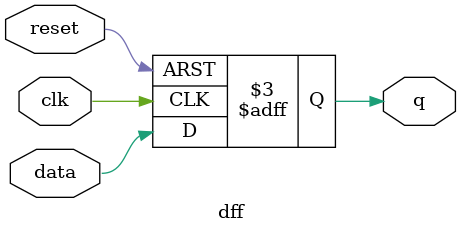
<source format=v>
module dff (
data  , // Data Input
clk    , // Clock Input
reset , // Reset input 
q         // Q output
);
//-----------Input Ports---------------
input data, clk, reset ; 

//-----------Output Ports---------------
output q;

//------------Internal Variables--------
reg q;

//-------------Code Starts Here---------
always @ ( posedge clk or negedge reset)
if (~reset) begin
  q <= 1'b0;
end  else begin
  q <= data;
end

endmodule //End Of Module dff_async_reset
</source>
